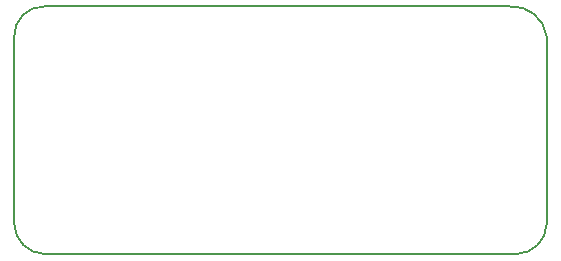
<source format=gbr>
G04 DipTrace 3.3.1.3*
G04 BoardOutline.gbr*
%MOIN*%
G04 #@! TF.FileFunction,Profile*
G04 #@! TF.Part,Single*
%ADD11C,0.005512*%
%FSLAX26Y26*%
G04*
G70*
G90*
G75*
G01*
G04 BoardOutline*
%LPD*%
X493719Y1218701D2*
D11*
G03X393719Y1118701I-1907J-98093D01*
G01*
Y493701D1*
G03X493719Y393701I103336J3336D01*
G01*
X2068719D1*
G03X2168719Y493701I-2515J102515D01*
G01*
Y1118701D1*
G03X2043719Y1218701I-114756J-15320D01*
G01*
X493719D1*
M02*

</source>
